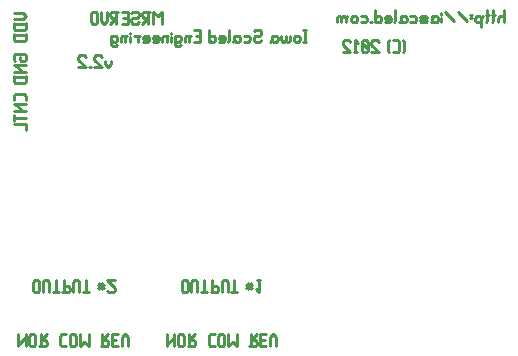
<source format=gbr>
G04 start of page 8 for group -4078 idx -4078 *
G04 Title: (unknown), bottomsilk *
G04 Creator: pcb 20110918 *
G04 CreationDate: Sun 03 Feb 2013 01:34:53 AM GMT UTC *
G04 For: petersen *
G04 Format: Gerber/RS-274X *
G04 PCB-Dimensions: 170000 120000 *
G04 PCB-Coordinate-Origin: lower left *
%MOIN*%
%FSLAX25Y25*%
%LNBOTTOMSILK*%
%ADD68C,0.0100*%
G54D68*X53000Y111500D02*Y115500D01*
X51500Y114000D01*
X50000Y115500D01*
Y111500D02*Y115500D01*
X46800D02*X48800D01*
X46800D02*X46300Y115000D01*
Y114000D02*Y115000D01*
X46800Y113500D02*X46300Y114000D01*
X46800Y113500D02*X48300D01*
Y111500D02*Y115500D01*
Y113500D02*X46300Y111500D01*
X43100Y115500D02*X42600Y115000D01*
X43100Y115500D02*X44600D01*
X45100Y115000D02*X44600Y115500D01*
X45100Y114000D02*Y115000D01*
Y114000D02*X44600Y113500D01*
X43100D02*X44600D01*
X43100D02*X42600Y113000D01*
Y112000D02*Y113000D01*
X43100Y111500D02*X42600Y112000D01*
X43100Y111500D02*X44600D01*
X45100Y112000D02*X44600Y111500D01*
X39900Y113500D02*X41400D01*
X39400Y111500D02*X41400D01*
Y115500D01*
X39400D02*X41400D01*
X36200D02*X38200D01*
X36200D02*X35700Y115000D01*
Y114000D02*Y115000D01*
X36200Y113500D02*X35700Y114000D01*
X36200Y113500D02*X37700D01*
Y111500D02*Y115500D01*
Y113500D02*X35700Y111500D01*
X34500Y112500D02*Y115500D01*
Y112500D02*X33500Y111500D01*
X32500Y112500D01*
Y115500D01*
X31300Y112000D02*Y115000D01*
X30800Y115500D01*
X29800D02*X30800D01*
X29800D02*X29300Y115000D01*
Y112000D02*Y115000D01*
X29800Y111500D02*X29300Y112000D01*
X29800Y111500D02*X30800D01*
X31300Y112000D02*X30800Y111500D01*
X36000Y98000D02*Y99000D01*
Y98000D02*X35000Y97000D01*
X34000Y98000D01*
Y99000D01*
X32800Y100500D02*X32300Y101000D01*
X30800D02*X32300D01*
X30800D02*X30300Y100500D01*
Y99500D02*Y100500D01*
X32800Y97000D02*X30300Y99500D01*
Y97000D02*X32800D01*
X28600D02*X29100D01*
X27400Y100500D02*X26900Y101000D01*
X25400D02*X26900D01*
X25400D02*X24900Y100500D01*
Y99500D02*Y100500D01*
X27400Y97000D02*X24900Y99500D01*
Y97000D02*X27400D01*
X3500Y115000D02*X6500D01*
X7500Y114000D01*
X6500Y113000D01*
X3500D02*X6500D01*
X3500Y111300D02*X7500D01*
X3500Y109800D02*X4000Y109300D01*
X7000D01*
X7500Y109800D02*X7000Y109300D01*
X7500Y109800D02*Y111800D01*
X3500Y109800D02*Y111800D01*
Y107600D02*X7500D01*
X3500Y106100D02*X4000Y105600D01*
X7000D01*
X7500Y106100D02*X7000Y105600D01*
X7500Y106100D02*Y108100D01*
X3500Y106100D02*Y108100D01*
Y99500D02*X4000Y99000D01*
X3500Y99500D02*Y101000D01*
X4000Y101500D02*X3500Y101000D01*
X4000Y101500D02*X7000D01*
X7500Y101000D01*
Y99500D02*Y101000D01*
Y99500D02*X7000Y99000D01*
X6000D02*X7000D01*
X5500Y99500D02*X6000Y99000D01*
X5500Y99500D02*Y100500D01*
X3500Y97800D02*X7500D01*
X3500D02*X4000D01*
X6500Y95300D01*
X3500D02*X7500D01*
X3500Y93600D02*X7500D01*
X3500Y92100D02*X4000Y91600D01*
X7000D01*
X7500Y92100D02*X7000Y91600D01*
X7500Y92100D02*Y94100D01*
X3500Y92100D02*Y94100D01*
X7500Y86000D02*Y87500D01*
X7000Y88000D02*X7500Y87500D01*
X4000Y88000D02*X7000D01*
X4000D02*X3500Y87500D01*
Y86000D02*Y87500D01*
Y84800D02*X7500D01*
X3500D02*X4000D01*
X6500Y82300D01*
X3500D02*X7500D01*
X3500Y79100D02*Y81100D01*
Y80100D02*X7500D01*
X3500Y77900D02*X7500D01*
Y75900D02*Y77900D01*
X100000Y109500D02*X101000D01*
X100500Y105500D02*Y109500D01*
X100000Y105500D02*X101000D01*
X98800Y106000D02*Y107000D01*
X98300Y107500D01*
X97300D02*X98300D01*
X97300D02*X96800Y107000D01*
Y106000D02*Y107000D01*
X97300Y105500D02*X96800Y106000D01*
X97300Y105500D02*X98300D01*
X98800Y106000D02*X98300Y105500D01*
X95600Y106000D02*Y107500D01*
Y106000D02*X95100Y105500D01*
X94600D02*X95100D01*
X94600D02*X94100Y106000D01*
Y107500D01*
Y106000D02*X93600Y105500D01*
X93100D02*X93600D01*
X93100D02*X92600Y106000D01*
Y107500D01*
X89900D02*X89400Y107000D01*
X89900Y107500D02*X90900D01*
X91400Y107000D02*X90900Y107500D01*
X91400Y106000D02*Y107000D01*
Y106000D02*X90900Y105500D01*
X89400Y106000D02*Y107500D01*
Y106000D02*X88900Y105500D01*
X89900D02*X90900D01*
X89900D02*X89400Y106000D01*
X83900Y109500D02*X83400Y109000D01*
X83900Y109500D02*X85400D01*
X85900Y109000D02*X85400Y109500D01*
X85900Y108000D02*Y109000D01*
Y108000D02*X85400Y107500D01*
X83900D02*X85400D01*
X83900D02*X83400Y107000D01*
Y106000D02*Y107000D01*
X83900Y105500D02*X83400Y106000D01*
X83900Y105500D02*X85400D01*
X85900Y106000D02*X85400Y105500D01*
X80200Y107500D02*X81700D01*
X82200Y107000D02*X81700Y107500D01*
X82200Y106000D02*Y107000D01*
Y106000D02*X81700Y105500D01*
X80200D02*X81700D01*
X77500Y107500D02*X77000Y107000D01*
X77500Y107500D02*X78500D01*
X79000Y107000D02*X78500Y107500D01*
X79000Y106000D02*Y107000D01*
Y106000D02*X78500Y105500D01*
X77000Y106000D02*Y107500D01*
Y106000D02*X76500Y105500D01*
X77500D02*X78500D01*
X77500D02*X77000Y106000D01*
X75300D02*Y109500D01*
Y106000D02*X74800Y105500D01*
X71800D02*X73300D01*
X73800Y106000D02*X73300Y105500D01*
X73800Y106000D02*Y107000D01*
X73300Y107500D01*
X72300D02*X73300D01*
X72300D02*X71800Y107000D01*
Y106500D02*X73800D01*
X71800D02*Y107000D01*
X68600Y105500D02*Y109500D01*
X69100Y105500D02*X68600Y106000D01*
X69100Y105500D02*X70100D01*
X70600Y106000D02*X70100Y105500D01*
X70600Y106000D02*Y107000D01*
X70100Y107500D01*
X69100D02*X70100D01*
X69100D02*X68600Y107000D01*
X64100Y107500D02*X65600D01*
X63600Y105500D02*X65600D01*
Y109500D01*
X63600D02*X65600D01*
X61900Y105500D02*Y107000D01*
X61400Y107500D01*
X60900D02*X61400D01*
X60900D02*X60400Y107000D01*
Y105500D02*Y107000D01*
X62400Y107500D02*X61900Y107000D01*
X57700Y107500D02*X57200Y107000D01*
X57700Y107500D02*X58700D01*
X59200Y107000D02*X58700Y107500D01*
X59200Y106000D02*Y107000D01*
Y106000D02*X58700Y105500D01*
X57700D02*X58700D01*
X57700D02*X57200Y106000D01*
X59200Y104500D02*X58700Y104000D01*
X57700D02*X58700D01*
X57700D02*X57200Y104500D01*
Y107500D01*
X56000Y108000D02*Y108500D01*
Y105500D02*Y107000D01*
X54500Y105500D02*Y107000D01*
X54000Y107500D01*
X53500D02*X54000D01*
X53500D02*X53000Y107000D01*
Y105500D02*Y107000D01*
X55000Y107500D02*X54500Y107000D01*
X49800Y105500D02*X51300D01*
X51800Y106000D02*X51300Y105500D01*
X51800Y106000D02*Y107000D01*
X51300Y107500D01*
X50300D02*X51300D01*
X50300D02*X49800Y107000D01*
Y106500D02*X51800D01*
X49800D02*Y107000D01*
X46600Y105500D02*X48100D01*
X48600Y106000D02*X48100Y105500D01*
X48600Y106000D02*Y107000D01*
X48100Y107500D01*
X47100D02*X48100D01*
X47100D02*X46600Y107000D01*
Y106500D02*X48600D01*
X46600D02*Y107000D01*
X44900Y105500D02*Y107000D01*
X44400Y107500D01*
X43400D02*X44400D01*
X45400D02*X44900Y107000D01*
X42200Y108000D02*Y108500D01*
Y105500D02*Y107000D01*
X40700Y105500D02*Y107000D01*
X40200Y107500D01*
X39700D02*X40200D01*
X39700D02*X39200Y107000D01*
Y105500D02*Y107000D01*
X41200Y107500D02*X40700Y107000D01*
X36500Y107500D02*X36000Y107000D01*
X36500Y107500D02*X37500D01*
X38000Y107000D02*X37500Y107500D01*
X38000Y106000D02*Y107000D01*
Y106000D02*X37500Y105500D01*
X36500D02*X37500D01*
X36500D02*X36000Y106000D01*
X38000Y104500D02*X37500Y104000D01*
X36500D02*X37500D01*
X36500D02*X36000Y104500D01*
Y107500D01*
X167000Y112000D02*Y116000D01*
Y113500D02*X166500Y114000D01*
X165500D02*X166500D01*
X165500D02*X165000Y113500D01*
Y112000D02*Y113500D01*
X163300Y112500D02*Y116000D01*
Y112500D02*X162800Y112000D01*
Y114500D02*X163800D01*
X161300Y112500D02*Y116000D01*
Y112500D02*X160800Y112000D01*
Y114500D02*X161800D01*
X159300Y110500D02*Y113500D01*
X159800Y114000D02*X159300Y113500D01*
X158800Y114000D01*
X157800D02*X158800D01*
X157800D02*X157300Y113500D01*
Y112500D02*Y113500D01*
X157800Y112000D02*X157300Y112500D01*
X157800Y112000D02*X158800D01*
X159300Y112500D02*X158800Y112000D01*
X155600Y114500D02*X156100D01*
X155600Y113500D02*X156100D01*
X154400Y112500D02*X151400Y115500D01*
X150200Y112500D02*X147200Y115500D01*
X146000Y114500D02*Y115000D01*
Y112000D02*Y113500D01*
X143500Y114000D02*X143000Y113500D01*
X143500Y114000D02*X144500D01*
X145000Y113500D02*X144500Y114000D01*
X145000Y112500D02*Y113500D01*
Y112500D02*X144500Y112000D01*
X143000Y112500D02*Y114000D01*
Y112500D02*X142500Y112000D01*
X143500D02*X144500D01*
X143500D02*X143000Y112500D01*
X139300Y112000D02*X140800D01*
X139300D02*X138800Y112500D01*
X139300Y113000D02*X138800Y112500D01*
X139300Y113000D02*X140800D01*
X141300Y113500D02*X140800Y113000D01*
X141300Y113500D02*X140800Y114000D01*
X139300D02*X140800D01*
X139300D02*X138800Y113500D01*
X141300Y112500D02*X140800Y112000D01*
X135600Y114000D02*X137100D01*
X137600Y113500D02*X137100Y114000D01*
X137600Y112500D02*Y113500D01*
Y112500D02*X137100Y112000D01*
X135600D02*X137100D01*
X132900Y114000D02*X132400Y113500D01*
X132900Y114000D02*X133900D01*
X134400Y113500D02*X133900Y114000D01*
X134400Y112500D02*Y113500D01*
Y112500D02*X133900Y112000D01*
X132400Y112500D02*Y114000D01*
Y112500D02*X131900Y112000D01*
X132900D02*X133900D01*
X132900D02*X132400Y112500D01*
X130700D02*Y116000D01*
Y112500D02*X130200Y112000D01*
X127200D02*X128700D01*
X129200Y112500D02*X128700Y112000D01*
X129200Y112500D02*Y113500D01*
X128700Y114000D01*
X127700D02*X128700D01*
X127700D02*X127200Y113500D01*
Y113000D02*X129200D01*
X127200D02*Y113500D01*
X124000Y112000D02*Y116000D01*
X124500Y112000D02*X124000Y112500D01*
X124500Y112000D02*X125500D01*
X126000Y112500D02*X125500Y112000D01*
X126000Y112500D02*Y113500D01*
X125500Y114000D01*
X124500D02*X125500D01*
X124500D02*X124000Y113500D01*
X122300Y112000D02*X122800D01*
X119100Y114000D02*X120600D01*
X121100Y113500D02*X120600Y114000D01*
X121100Y112500D02*Y113500D01*
Y112500D02*X120600Y112000D01*
X119100D02*X120600D01*
X117900Y112500D02*Y113500D01*
X117400Y114000D01*
X116400D02*X117400D01*
X116400D02*X115900Y113500D01*
Y112500D02*Y113500D01*
X116400Y112000D02*X115900Y112500D01*
X116400Y112000D02*X117400D01*
X117900Y112500D02*X117400Y112000D01*
X114200D02*Y113500D01*
X113700Y114000D01*
X113200D02*X113700D01*
X113200D02*X112700Y113500D01*
Y112000D02*Y113500D01*
X112200Y114000D01*
X111700D02*X112200D01*
X111700D02*X111200Y113500D01*
Y112000D02*Y113500D01*
X114700Y114000D02*X114200Y113500D01*
X133586Y102500D02*X133086Y102000D01*
X133586Y105500D02*X133086Y106000D01*
X133586Y102500D02*Y105500D01*
X129886Y102000D02*X131386D01*
X131886Y102500D02*X131386Y102000D01*
X131886Y102500D02*Y105500D01*
X131386Y106000D01*
X129886D02*X131386D01*
X128686D02*X128186Y105500D01*
Y102500D02*Y105500D01*
X128686Y102000D02*X128186Y102500D01*
X125186Y105500D02*X124686Y106000D01*
X123186D02*X124686D01*
X123186D02*X122686Y105500D01*
Y104500D02*Y105500D01*
X125186Y102000D02*X122686Y104500D01*
Y102000D02*X125186D01*
X121486Y102500D02*X120986Y102000D01*
X121486Y102500D02*Y105500D01*
X120986Y106000D01*
X119986D02*X120986D01*
X119986D02*X119486Y105500D01*
Y102500D02*Y105500D01*
X119986Y102000D02*X119486Y102500D01*
X119986Y102000D02*X120986D01*
X121486Y103000D02*X119486Y105000D01*
X116786Y102000D02*X117786D01*
X117286D02*Y106000D01*
X118286Y105000D02*X117286Y106000D01*
X115586Y105500D02*X115086Y106000D01*
X113586D02*X115086D01*
X113586D02*X113086Y105500D01*
Y104500D02*Y105500D01*
X115586Y102000D02*X113086Y104500D01*
Y102000D02*X115586D01*
X10000Y22500D02*Y25500D01*
Y22500D02*X10500Y22000D01*
X11500D01*
X12000Y22500D01*
Y25500D01*
X11500Y26000D02*X12000Y25500D01*
X10500Y26000D02*X11500D01*
X10000Y25500D02*X10500Y26000D01*
X13200Y22000D02*Y25500D01*
X13700Y26000D01*
X14700D01*
X15200Y25500D01*
Y22000D02*Y25500D01*
X16400Y22000D02*X18400D01*
X17400D02*Y26000D01*
X20100Y22000D02*Y26000D01*
X19600Y22000D02*X21600D01*
X22100Y22500D01*
Y23500D01*
X21600Y24000D02*X22100Y23500D01*
X20100Y24000D02*X21600D01*
X23300Y22000D02*Y25500D01*
X23800Y26000D01*
X24800D01*
X25300Y25500D01*
Y22000D02*Y25500D01*
X26500Y22000D02*X28500D01*
X27500D02*Y26000D01*
X31500Y24500D02*X33500D01*
X31500Y23500D02*X33500D01*
X33000Y23000D02*Y25000D01*
X32000Y23000D02*Y25000D01*
X34700Y22500D02*X35200Y22000D01*
X36700D01*
X37200Y22500D01*
Y23500D01*
X34700Y26000D02*X37200Y23500D01*
X34700Y26000D02*X37200D01*
X59500Y22500D02*Y25500D01*
Y22500D02*X60000Y22000D01*
X61000D01*
X61500Y22500D01*
Y25500D01*
X61000Y26000D02*X61500Y25500D01*
X60000Y26000D02*X61000D01*
X59500Y25500D02*X60000Y26000D01*
X62700Y22000D02*Y25500D01*
X63200Y26000D01*
X64200D01*
X64700Y25500D01*
Y22000D02*Y25500D01*
X65900Y22000D02*X67900D01*
X66900D02*Y26000D01*
X69600Y22000D02*Y26000D01*
X69100Y22000D02*X71100D01*
X71600Y22500D01*
Y23500D01*
X71100Y24000D02*X71600Y23500D01*
X69600Y24000D02*X71100D01*
X72800Y22000D02*Y25500D01*
X73300Y26000D01*
X74300D01*
X74800Y25500D01*
Y22000D02*Y25500D01*
X76000Y22000D02*X78000D01*
X77000D02*Y26000D01*
X81000Y24500D02*X83000D01*
X81000Y23500D02*X83000D01*
X82500Y23000D02*Y25000D01*
X81500Y23000D02*Y25000D01*
X84700Y26000D02*X85700D01*
X85200Y22000D02*Y26000D01*
X84200Y23000D02*X85200Y22000D01*
X5000Y4000D02*Y8000D01*
Y4000D02*Y4500D01*
X7500Y7000D01*
Y4000D02*Y8000D01*
X8700Y4500D02*Y7500D01*
Y4500D02*X9200Y4000D01*
X10200D01*
X10700Y4500D01*
Y7500D01*
X10200Y8000D02*X10700Y7500D01*
X9200Y8000D02*X10200D01*
X8700Y7500D02*X9200Y8000D01*
X11900Y4000D02*X13900D01*
X14400Y4500D01*
Y5500D01*
X13900Y6000D02*X14400Y5500D01*
X12400Y6000D02*X13900D01*
X12400Y4000D02*Y8000D01*
Y6000D02*X14400Y8000D01*
X19500D02*X21000D01*
X19000Y7500D02*X19500Y8000D01*
X19000Y4500D02*Y7500D01*
Y4500D02*X19500Y4000D01*
X21000D01*
X22200Y4500D02*Y7500D01*
Y4500D02*X22700Y4000D01*
X23700D01*
X24200Y4500D01*
Y7500D01*
X23700Y8000D02*X24200Y7500D01*
X22700Y8000D02*X23700D01*
X22200Y7500D02*X22700Y8000D01*
X25400Y4000D02*Y8000D01*
Y4000D02*X26900Y5500D01*
X28400Y4000D01*
Y8000D01*
X32500Y4000D02*X34500D01*
X35000Y4500D01*
Y5500D01*
X34500Y6000D02*X35000Y5500D01*
X33000Y6000D02*X34500D01*
X33000Y4000D02*Y8000D01*
Y6000D02*X35000Y8000D01*
X36200Y6000D02*X37700D01*
X36200Y8000D02*X38200D01*
X36200Y4000D02*Y8000D01*
Y4000D02*X38200D01*
X39400D02*Y7000D01*
X40400Y8000D01*
X41400Y7000D01*
Y4000D02*Y7000D01*
X54500Y4000D02*Y8000D01*
Y4000D02*Y4500D01*
X57000Y7000D01*
Y4000D02*Y8000D01*
X58200Y4500D02*Y7500D01*
Y4500D02*X58700Y4000D01*
X59700D01*
X60200Y4500D01*
Y7500D01*
X59700Y8000D02*X60200Y7500D01*
X58700Y8000D02*X59700D01*
X58200Y7500D02*X58700Y8000D01*
X61400Y4000D02*X63400D01*
X63900Y4500D01*
Y5500D01*
X63400Y6000D02*X63900Y5500D01*
X61900Y6000D02*X63400D01*
X61900Y4000D02*Y8000D01*
Y6000D02*X63900Y8000D01*
X69000D02*X70500D01*
X68500Y7500D02*X69000Y8000D01*
X68500Y4500D02*Y7500D01*
Y4500D02*X69000Y4000D01*
X70500D01*
X71700Y4500D02*Y7500D01*
Y4500D02*X72200Y4000D01*
X73200D01*
X73700Y4500D01*
Y7500D01*
X73200Y8000D02*X73700Y7500D01*
X72200Y8000D02*X73200D01*
X71700Y7500D02*X72200Y8000D01*
X74900Y4000D02*Y8000D01*
Y4000D02*X76400Y5500D01*
X77900Y4000D01*
Y8000D01*
X82000Y4000D02*X84000D01*
X84500Y4500D01*
Y5500D01*
X84000Y6000D02*X84500Y5500D01*
X82500Y6000D02*X84000D01*
X82500Y4000D02*Y8000D01*
Y6000D02*X84500Y8000D01*
X85700Y6000D02*X87200D01*
X85700Y8000D02*X87700D01*
X85700Y4000D02*Y8000D01*
Y4000D02*X87700D01*
X88900D02*Y7000D01*
X89900Y8000D01*
X90900Y7000D01*
Y4000D02*Y7000D01*
M02*

</source>
